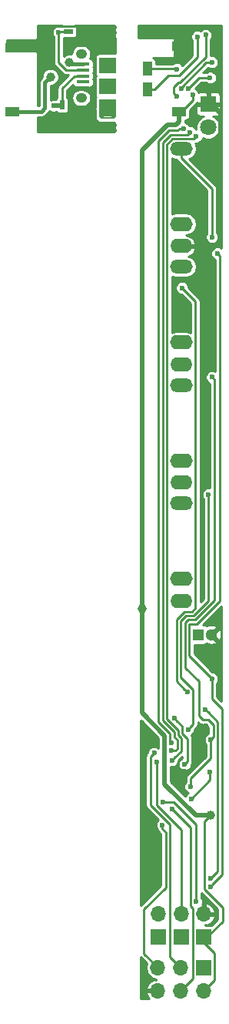
<source format=gbr>
G04 #@! TF.FileFunction,Copper,L2,Bot,Signal*
%FSLAX46Y46*%
G04 Gerber Fmt 4.6, Leading zero omitted, Abs format (unit mm)*
G04 Created by KiCad (PCBNEW 4.0.6) date 2018 April 18, Wednesday 08:04:54*
%MOMM*%
%LPD*%
G01*
G04 APERTURE LIST*
%ADD10C,0.100000*%
%ADD11R,1.300000X1.300000*%
%ADD12C,1.300000*%
%ADD13R,1.800000X1.800000*%
%ADD14C,1.800000*%
%ADD15O,1.900000X1.524000*%
%ADD16R,1.900000X1.800000*%
%ADD17C,0.500000*%
%ADD18R,1.900000X1.850000*%
%ADD19R,1.400000X0.250000*%
%ADD20R,1.400000X0.400000*%
%ADD21O,1.250000X1.050000*%
%ADD22R,1.000000X0.550000*%
%ADD23R,0.550000X1.000000*%
%ADD24O,2.500000X1.500000*%
%ADD25O,2.500000X1.600000*%
%ADD26O,2.400000X1.600000*%
%ADD27R,1.700000X1.700000*%
%ADD28O,1.700000X1.700000*%
%ADD29R,1.500000X1.000000*%
%ADD30R,1.000000X1.500000*%
%ADD31C,0.600000*%
%ADD32C,1.000000*%
%ADD33C,0.250000*%
%ADD34C,0.500000*%
%ADD35C,0.400000*%
%ADD36C,0.254000*%
G04 APERTURE END LIST*
D10*
D11*
X6850000Y-67500000D03*
D12*
X8350000Y-67500000D03*
D13*
X8000000Y-9200000D03*
D14*
X8000000Y-11740000D03*
D15*
X-3100000Y-2500000D03*
D16*
X-3100000Y-4950000D03*
X-3100000Y-7250000D03*
D15*
X-3100000Y-9700000D03*
D17*
X-3800000Y-1650000D03*
X-2400000Y-1650000D03*
X-3800000Y-10550000D03*
X-2400000Y-10550000D03*
D18*
X-3100000Y-2575000D03*
X-3100000Y-9625000D03*
D19*
X-3100000Y-1525000D03*
X-3100000Y-10675000D03*
D20*
X-5800000Y-4800000D03*
X-5800000Y-5450000D03*
X-5800000Y-6100000D03*
X-5800000Y-6750000D03*
X-5800000Y-7400000D03*
D21*
X-6000000Y-3675000D03*
X-6000000Y-8525000D03*
D22*
X-7400000Y-1200000D03*
X-5000000Y-1200000D03*
D23*
X-8100000Y-9300000D03*
X-8100000Y-11700000D03*
D24*
X5000000Y-14080000D03*
D25*
X5000000Y-22380000D03*
D26*
X5000000Y-24800000D03*
D24*
X5000000Y-27080000D03*
D25*
X5000000Y-35380000D03*
D26*
X5000000Y-37800000D03*
D24*
X5000000Y-40080000D03*
D25*
X5000000Y-48380000D03*
D26*
X5000000Y-50800000D03*
D24*
X5000000Y-53080000D03*
D25*
X5000000Y-61380000D03*
D26*
X5000000Y-63800000D03*
D27*
X7480000Y-104060000D03*
D28*
X7480000Y-106600000D03*
X4940000Y-104060000D03*
X4940000Y-106600000D03*
X2400000Y-104060000D03*
X2400000Y-106600000D03*
D27*
X7500000Y-100750000D03*
D28*
X7500000Y-98210000D03*
D27*
X5000000Y-100750000D03*
D28*
X5000000Y-98210000D03*
D27*
X2500000Y-100750000D03*
D28*
X2500000Y-98210000D03*
D29*
X-13600000Y-10000000D03*
X-13600000Y-3000000D03*
X4800000Y-10000000D03*
X4800000Y-2800000D03*
D30*
X1300000Y-5300000D03*
X1300000Y-7600000D03*
D31*
X6275032Y-8204654D03*
D32*
X8224990Y-87352005D03*
X700000Y-64650000D03*
X-9400000Y-6200000D03*
X-7300000Y-4600000D03*
D31*
X1300000Y-87700000D03*
X700000Y-87700004D03*
X1300000Y-88300000D03*
X700000Y-88300000D03*
X4100000Y-83700000D03*
X4500000Y-83300000D03*
X4900000Y-82900000D03*
X7100000Y-77500000D03*
X7700000Y-77500000D03*
X7700000Y-78100000D03*
X7100004Y-78100000D03*
X7300000Y-60900000D03*
X7300000Y-59100000D03*
X7300000Y-59700000D03*
X7300000Y-60300000D03*
X7300000Y-61500000D03*
X7300000Y-62100000D03*
X7300000Y-62700000D03*
X7300000Y-63300000D03*
X700000Y-77200000D03*
X1300000Y-95850000D03*
X1300000Y-95250000D03*
X1300000Y-94650000D03*
X5354541Y-82543864D03*
X2930631Y-88400928D03*
X8174990Y-82571366D03*
X6132473Y-85525010D03*
X4050000Y-86699998D03*
X8275021Y-79029595D03*
X6051669Y-84207292D03*
X8400000Y-39200000D03*
X4254876Y-76684969D03*
X6650000Y-96810000D03*
X3023972Y-85867126D03*
X5404660Y-81745424D03*
X2024078Y-80505524D03*
X5750054Y-77901688D03*
X2300000Y-81500000D03*
X8000000Y-52100000D03*
X7691949Y-75708051D03*
X5700000Y-73800000D03*
X8250000Y-94300000D03*
X5100000Y-29400000D03*
X8241949Y-95191949D03*
X8400000Y-72350000D03*
X9000000Y-25600000D03*
X3950010Y-80248281D03*
X8400000Y-4600000D03*
X6000000Y-12300000D03*
X5000732Y-7465521D03*
X4000000Y-81300002D03*
X8200000Y-6300000D03*
X6665652Y-12743763D03*
X5800000Y-7500000D03*
X-8500000Y-1300000D03*
X-9000000Y-9400000D03*
X8400000Y-23800000D03*
X6800000Y-1800000D03*
X4550000Y-5350000D03*
X3950010Y-79383975D03*
X5250000Y-11900000D03*
X4499977Y-8300000D03*
X7700000Y-1600000D03*
D33*
X8224990Y-87352005D02*
X7574999Y-88001996D01*
X7574999Y-88001996D02*
X7574999Y-95450001D01*
X7574999Y-95450001D02*
X9590679Y-97465681D01*
X9590679Y-97465681D02*
X9590679Y-99009321D01*
X9590679Y-99009321D02*
X7850000Y-100750000D01*
X7850000Y-100750000D02*
X7500000Y-100750000D01*
X7480000Y-106600000D02*
X7500000Y-106600000D01*
X8655300Y-105444700D02*
X8655300Y-102455300D01*
X7500000Y-106600000D02*
X8655300Y-105444700D01*
X8655300Y-102455300D02*
X7500000Y-101300000D01*
X7500000Y-101300000D02*
X7500000Y-100750000D01*
D34*
X6642003Y-87352005D02*
X7517884Y-87352005D01*
X3200000Y-83910002D02*
X6642003Y-87352005D01*
X3200000Y-78600000D02*
X3200000Y-83910002D01*
X700000Y-76100000D02*
X3200000Y-78600000D01*
X7517884Y-87352005D02*
X8224990Y-87352005D01*
X700000Y-64650000D02*
X700000Y-76100000D01*
D33*
X5050000Y-10000000D02*
X6275032Y-8774968D01*
X4800000Y-10000000D02*
X5050000Y-10000000D01*
X6275032Y-8774968D02*
X6275032Y-8204654D01*
D34*
X4800000Y-10000000D02*
X4800000Y-11100000D01*
X4800000Y-11100000D02*
X4400000Y-11500000D01*
X4400000Y-11500000D02*
X3473697Y-11500000D01*
X3473697Y-11500000D02*
X3423697Y-11550000D01*
X3423697Y-11550000D02*
X3400000Y-11550000D01*
X3400000Y-11550000D02*
X700000Y-14250000D01*
X700000Y-14250000D02*
X700000Y-64650000D01*
D35*
X-10000000Y-9600000D02*
X-10400000Y-10000000D01*
X-10400000Y-10000000D02*
X-13600000Y-10000000D01*
X-10000000Y-6800000D02*
X-10000000Y-9600000D01*
X-9400000Y-6200000D02*
X-10000000Y-6800000D01*
X-5800000Y-4800000D02*
X-7100000Y-4800000D01*
X-7100000Y-4800000D02*
X-7300000Y-4600000D01*
D33*
X700000Y-88300000D02*
X1300000Y-88300000D01*
X4900000Y-82900000D02*
X4500000Y-83300000D01*
X7700000Y-77500000D02*
X7100000Y-77500000D01*
X7100004Y-78100000D02*
X7700000Y-78100000D01*
X7100004Y-78524264D02*
X7100004Y-78100000D01*
X5778805Y-82543864D02*
X7100004Y-81222665D01*
X7100004Y-81222665D02*
X7100004Y-78524264D01*
X5354541Y-82543864D02*
X5778805Y-82543864D01*
X7300000Y-60300000D02*
X7300000Y-60900000D01*
X7300000Y-59700000D02*
X7300000Y-59100000D01*
X7300000Y-62100000D02*
X7300000Y-61500000D01*
X7300000Y-63300000D02*
X7300000Y-62700000D01*
X1300000Y-95250000D02*
X1300000Y-95850000D01*
X-5000000Y-1200000D02*
X-5750000Y-1200000D01*
X-5750000Y-1200000D02*
X-6350001Y-599999D01*
X-6350001Y-599999D02*
X-9449999Y-599999D01*
D34*
X9350001Y-12999999D02*
X8550000Y-13800000D01*
X8350000Y-9200000D02*
X9350001Y-10200001D01*
X9350001Y-10200001D02*
X9350001Y-12999999D01*
X8000000Y-9200000D02*
X8350000Y-9200000D01*
D33*
X2930631Y-88400928D02*
X2930631Y-88825192D01*
X2930631Y-88825192D02*
X3310000Y-89204561D01*
X3310000Y-89204561D02*
X3310000Y-95270000D01*
X3310000Y-95270000D02*
X920000Y-97660000D01*
X920000Y-97660000D02*
X920000Y-102560000D01*
X920000Y-102560000D02*
X2400000Y-104040000D01*
X2400000Y-104040000D02*
X2400000Y-104060000D01*
X8174990Y-83482493D02*
X8174990Y-82995630D01*
X8174990Y-82995630D02*
X8174990Y-82571366D01*
X6132473Y-85525010D02*
X8174990Y-83482493D01*
X8575020Y-78729596D02*
X8275021Y-79029595D01*
X6942619Y-76417615D02*
X7400003Y-76874999D01*
X5424988Y-71124988D02*
X6942619Y-72642619D01*
X8575020Y-77450018D02*
X8575020Y-78729596D01*
X5424988Y-66188601D02*
X5424988Y-71124988D01*
X5763589Y-65850000D02*
X5424988Y-66188601D01*
X6572822Y-65850000D02*
X5763589Y-65850000D01*
X8000001Y-76874999D02*
X8575020Y-77450018D01*
X6942619Y-72642619D02*
X6942619Y-76417615D01*
X8699999Y-63722823D02*
X6572822Y-65850000D01*
X7400003Y-76874999D02*
X8000001Y-76874999D01*
X8699999Y-39499999D02*
X8699999Y-63722823D01*
X8400000Y-39200000D02*
X8699999Y-39499999D01*
X4940000Y-106600000D02*
X6260000Y-105280000D01*
X6260000Y-105280000D02*
X6260000Y-97575002D01*
X6260000Y-97575002D02*
X6024999Y-97340001D01*
X6024999Y-97340001D02*
X6024999Y-88674997D01*
X6024999Y-88674997D02*
X4349999Y-86999997D01*
X4349999Y-86999997D02*
X4050000Y-86699998D01*
X8275021Y-81088569D02*
X8275021Y-79453859D01*
X8275021Y-79453859D02*
X8275021Y-79029595D01*
X6051669Y-83311921D02*
X8275021Y-81088569D01*
X6051669Y-84207292D02*
X6051669Y-83311921D01*
X4554875Y-76984968D02*
X4254876Y-76684969D01*
X5125044Y-77555137D02*
X4554875Y-76984968D01*
X5404660Y-81745424D02*
X5704659Y-81445425D01*
X5704659Y-81445425D02*
X5704659Y-78940800D01*
X5704659Y-78940800D02*
X5125044Y-78361185D01*
X5125044Y-78361185D02*
X5125044Y-77555137D01*
X6650000Y-96385736D02*
X6650000Y-96810000D01*
X6650000Y-88374996D02*
X6650000Y-96385736D01*
X4142130Y-85867126D02*
X6650000Y-88374996D01*
X3023972Y-85867126D02*
X4142130Y-85867126D01*
X4940000Y-104060000D02*
X3790000Y-102910000D01*
X3790000Y-102910000D02*
X3790000Y-88376411D01*
X3790000Y-88376411D02*
X1624999Y-86211410D01*
X1624999Y-86211410D02*
X1624999Y-80904603D01*
X1624999Y-80904603D02*
X1724079Y-80805523D01*
X1724079Y-80805523D02*
X2024078Y-80505524D01*
X6386422Y-65399989D02*
X5577189Y-65399989D01*
X5577189Y-65399989D02*
X4974977Y-66002201D01*
X8000000Y-52100000D02*
X8000000Y-63786411D01*
X6325001Y-77326741D02*
X6050053Y-77601689D01*
X6050053Y-77601689D02*
X5750054Y-77901688D01*
X4974977Y-66002201D02*
X4974977Y-72149975D01*
X8000000Y-63786411D02*
X6386422Y-65399989D01*
X6325001Y-73499999D02*
X6325001Y-77326741D01*
X4974977Y-72149975D02*
X6325001Y-73499999D01*
X5000000Y-88950000D02*
X5000000Y-98200000D01*
X2300000Y-86250000D02*
X5000000Y-88950000D01*
X2300000Y-81500000D02*
X2300000Y-86250000D01*
X7991948Y-76008050D02*
X7691949Y-75708051D01*
X9050000Y-77066102D02*
X7991948Y-76008050D01*
X9050000Y-93500000D02*
X9050000Y-77066102D01*
X8250000Y-94300000D02*
X9050000Y-93500000D01*
X4524966Y-72624966D02*
X5400001Y-73500001D01*
X4524966Y-65815801D02*
X4524966Y-72624966D01*
X5390789Y-64949978D02*
X4524966Y-65815801D01*
X6575010Y-64574990D02*
X6200022Y-64949978D01*
X5100000Y-29400000D02*
X6575010Y-30875010D01*
X5400001Y-73500001D02*
X5700000Y-73800000D01*
X6200022Y-64949978D02*
X5390789Y-64949978D01*
X6575010Y-30875010D02*
X6575010Y-64574990D01*
X8541948Y-94891950D02*
X8241949Y-95191949D01*
X9549999Y-93883899D02*
X8541948Y-94891950D01*
X8400000Y-74524998D02*
X9549999Y-75674997D01*
X9549999Y-75674997D02*
X9549999Y-93883899D01*
X8400000Y-72350000D02*
X8400000Y-74524998D01*
X9299999Y-63759234D02*
X6759222Y-66300011D01*
X9299999Y-25899999D02*
X9299999Y-63759234D01*
X5874999Y-66375001D02*
X5874999Y-69824999D01*
X5949989Y-66300011D02*
X5874999Y-66375001D01*
X6759222Y-66300011D02*
X5949989Y-66300011D01*
X8100001Y-72050001D02*
X8400000Y-72350000D01*
X5874999Y-69824999D02*
X8100001Y-72050001D01*
X9000000Y-25600000D02*
X9299999Y-25899999D01*
X5745021Y-12554979D02*
X3868317Y-12554979D01*
X2974979Y-13448317D02*
X2974979Y-76925381D01*
X4225022Y-78733985D02*
X4575011Y-79083974D01*
X4374274Y-80248281D02*
X3950010Y-80248281D01*
X4575011Y-80047544D02*
X4374274Y-80248281D01*
X4225022Y-78175423D02*
X4225022Y-78733985D01*
X2974979Y-76925381D02*
X4225022Y-78175423D01*
X3868317Y-12554979D02*
X2974979Y-13448317D01*
X4575011Y-79083974D02*
X4575011Y-80047544D01*
X6000000Y-12300000D02*
X5745021Y-12554979D01*
X7975736Y-4600000D02*
X8400000Y-4600000D01*
X7774996Y-4600000D02*
X7975736Y-4600000D01*
X5000732Y-7374264D02*
X7774996Y-4600000D01*
X5000732Y-7465521D02*
X5000732Y-7374264D01*
X5025022Y-80274980D02*
X4299999Y-81000003D01*
X5025022Y-78897574D02*
X5025022Y-80274980D01*
X4675033Y-77989023D02*
X4675033Y-78547585D01*
X3424990Y-76738981D02*
X4675033Y-77989023D01*
X6404425Y-13004990D02*
X4054717Y-13004990D01*
X4675033Y-78547585D02*
X5025022Y-78897574D01*
X3424990Y-13634717D02*
X3424990Y-76738981D01*
X6665652Y-12743763D02*
X6404425Y-13004990D01*
X4299999Y-81000003D02*
X4000000Y-81300002D01*
X4054717Y-13004990D02*
X3424990Y-13634717D01*
X7775736Y-6300000D02*
X8200000Y-6300000D01*
X7000000Y-6300000D02*
X7775736Y-6300000D01*
X5800000Y-7500000D02*
X7000000Y-6300000D01*
X-7400000Y-1200000D02*
X-8400000Y-1200000D01*
X-8400000Y-1200000D02*
X-8500000Y-1300000D01*
X-8500000Y-1724264D02*
X-8500000Y-1300000D01*
X-8500000Y-4621004D02*
X-8500000Y-1724264D01*
X-5800000Y-5450000D02*
X-7671004Y-5450000D01*
X-7671004Y-5450000D02*
X-8500000Y-4621004D01*
D34*
X-9000000Y-9400000D02*
X-8200000Y-9400000D01*
X-8200000Y-9400000D02*
X-8100000Y-9300000D01*
D33*
X-5800000Y-6100000D02*
X-6750000Y-6100000D01*
X-6750000Y-6100000D02*
X-8100000Y-7450000D01*
X-8100000Y-8550000D02*
X-8100000Y-9300000D01*
X-8100000Y-7450000D02*
X-8100000Y-8550000D01*
X8400000Y-23375736D02*
X8400000Y-23800000D01*
X8400000Y-18480000D02*
X8400000Y-23375736D01*
X5000000Y-15080000D02*
X8400000Y-18480000D01*
X5000000Y-14080000D02*
X5000000Y-15080000D01*
X1300000Y-7600000D02*
X2050000Y-7600000D01*
X3573668Y-6076332D02*
X4778354Y-6076332D01*
X2050000Y-7600000D02*
X3573668Y-6076332D01*
X4778354Y-6076332D02*
X6800000Y-4054686D01*
X6800000Y-4054686D02*
X6800000Y-1800000D01*
X4500000Y-5300000D02*
X4550000Y-5350000D01*
X1300000Y-5300000D02*
X4500000Y-5300000D01*
X3775011Y-79208976D02*
X3950010Y-79383975D01*
X2524968Y-13261917D02*
X2524968Y-77111780D01*
X2524968Y-77111780D02*
X3775011Y-78361823D01*
X4620768Y-12104968D02*
X3681917Y-12104968D01*
X3775011Y-78361823D02*
X3775011Y-79208976D01*
X3681917Y-12104968D02*
X2524968Y-13261917D01*
X5250000Y-11900000D02*
X4825736Y-11900000D01*
X4825736Y-11900000D02*
X4620768Y-12104968D01*
X4199978Y-7341271D02*
X4199978Y-8000001D01*
X4700730Y-6840519D02*
X4199978Y-7341271D01*
X7700000Y-4038585D02*
X4898066Y-6840519D01*
X4898066Y-6840519D02*
X4700730Y-6840519D01*
X4199978Y-8000001D02*
X4499977Y-8300000D01*
X7700000Y-1600000D02*
X7700000Y-4038585D01*
D36*
G36*
X529677Y-102950323D02*
X1204518Y-103625164D01*
X1123000Y-104034982D01*
X1123000Y-104085018D01*
X1220206Y-104573705D01*
X1497025Y-104987993D01*
X1911313Y-105264812D01*
X2272998Y-105336756D01*
X2272998Y-105436661D01*
X2075787Y-105364842D01*
X1755858Y-105497349D01*
X1382924Y-105827786D01*
X1164831Y-106275785D01*
X1236070Y-106473000D01*
X2273000Y-106473000D01*
X2273000Y-106453000D01*
X2527000Y-106453000D01*
X2527000Y-106473000D01*
X2547000Y-106473000D01*
X2547000Y-106727000D01*
X2527000Y-106727000D01*
X2527000Y-106747000D01*
X2273000Y-106747000D01*
X2273000Y-106727000D01*
X1236070Y-106727000D01*
X1164831Y-106924215D01*
X1382924Y-107372214D01*
X1496672Y-107473000D01*
X527000Y-107473000D01*
X527000Y-102946317D01*
X529677Y-102950323D01*
X529677Y-102950323D01*
G37*
X529677Y-102950323D02*
X1204518Y-103625164D01*
X1123000Y-104034982D01*
X1123000Y-104085018D01*
X1220206Y-104573705D01*
X1497025Y-104987993D01*
X1911313Y-105264812D01*
X2272998Y-105336756D01*
X2272998Y-105436661D01*
X2075787Y-105364842D01*
X1755858Y-105497349D01*
X1382924Y-105827786D01*
X1164831Y-106275785D01*
X1236070Y-106473000D01*
X2273000Y-106473000D01*
X2273000Y-106453000D01*
X2527000Y-106453000D01*
X2527000Y-106473000D01*
X2547000Y-106473000D01*
X2547000Y-106727000D01*
X2527000Y-106727000D01*
X2527000Y-106747000D01*
X2273000Y-106747000D01*
X2273000Y-106727000D01*
X1236070Y-106727000D01*
X1164831Y-106924215D01*
X1382924Y-107372214D01*
X1496672Y-107473000D01*
X527000Y-107473000D01*
X527000Y-102946317D01*
X529677Y-102950323D01*
G36*
X9038679Y-97694327D02*
X9038679Y-98780675D01*
X8353924Y-99465430D01*
X8350000Y-99464635D01*
X7627002Y-99464635D01*
X7627002Y-99373339D01*
X7824213Y-99445158D01*
X8144142Y-99312651D01*
X8517076Y-98982214D01*
X8735169Y-98534215D01*
X8663930Y-98337000D01*
X7627000Y-98337000D01*
X7627000Y-98357000D01*
X7373000Y-98357000D01*
X7373000Y-98337000D01*
X7353000Y-98337000D01*
X7353000Y-98083000D01*
X7373000Y-98083000D01*
X7373000Y-97046662D01*
X7627000Y-97046662D01*
X7627000Y-98083000D01*
X8663930Y-98083000D01*
X8735169Y-97885785D01*
X8517076Y-97437786D01*
X8144142Y-97107349D01*
X7824213Y-96974842D01*
X7627000Y-97046662D01*
X7373000Y-97046662D01*
X7343391Y-97035879D01*
X7376874Y-96955244D01*
X7377126Y-96666025D01*
X7266680Y-96398725D01*
X7202000Y-96333932D01*
X7202000Y-95857648D01*
X9038679Y-97694327D01*
X9038679Y-97694327D01*
G37*
X9038679Y-97694327D02*
X9038679Y-98780675D01*
X8353924Y-99465430D01*
X8350000Y-99464635D01*
X7627002Y-99464635D01*
X7627002Y-99373339D01*
X7824213Y-99445158D01*
X8144142Y-99312651D01*
X8517076Y-98982214D01*
X8735169Y-98534215D01*
X8663930Y-98337000D01*
X7627000Y-98337000D01*
X7627000Y-98357000D01*
X7373000Y-98357000D01*
X7373000Y-98337000D01*
X7353000Y-98337000D01*
X7353000Y-98083000D01*
X7373000Y-98083000D01*
X7373000Y-97046662D01*
X7627000Y-97046662D01*
X7627000Y-98083000D01*
X8663930Y-98083000D01*
X8735169Y-97885785D01*
X8517076Y-97437786D01*
X8144142Y-97107349D01*
X7824213Y-96974842D01*
X7627000Y-97046662D01*
X7373000Y-97046662D01*
X7343391Y-97035879D01*
X7376874Y-96955244D01*
X7377126Y-96666025D01*
X7266680Y-96398725D01*
X7202000Y-96333932D01*
X7202000Y-95857648D01*
X9038679Y-97694327D01*
G36*
X2523000Y-78880422D02*
X2523000Y-79976286D01*
X2436428Y-79889563D01*
X2169322Y-79778650D01*
X1880103Y-79778398D01*
X1612803Y-79888844D01*
X1408117Y-80093174D01*
X1297204Y-80360280D01*
X1297124Y-80451832D01*
X1234676Y-80514280D01*
X1115017Y-80693361D01*
X1099201Y-80772874D01*
X1072999Y-80904603D01*
X1072999Y-86211410D01*
X1115017Y-86422652D01*
X1234676Y-86601733D01*
X2468229Y-87835286D01*
X2314670Y-87988578D01*
X2203757Y-88255684D01*
X2203505Y-88544903D01*
X2313951Y-88812203D01*
X2391499Y-88889886D01*
X2420649Y-89036434D01*
X2540308Y-89215515D01*
X2758000Y-89433207D01*
X2758000Y-95041354D01*
X529677Y-97269677D01*
X527000Y-97273683D01*
X527000Y-76884422D01*
X2523000Y-78880422D01*
X2523000Y-78880422D01*
G37*
X2523000Y-78880422D02*
X2523000Y-79976286D01*
X2436428Y-79889563D01*
X2169322Y-79778650D01*
X1880103Y-79778398D01*
X1612803Y-79888844D01*
X1408117Y-80093174D01*
X1297204Y-80360280D01*
X1297124Y-80451832D01*
X1234676Y-80514280D01*
X1115017Y-80693361D01*
X1099201Y-80772874D01*
X1072999Y-80904603D01*
X1072999Y-86211410D01*
X1115017Y-86422652D01*
X1234676Y-86601733D01*
X2468229Y-87835286D01*
X2314670Y-87988578D01*
X2203757Y-88255684D01*
X2203505Y-88544903D01*
X2313951Y-88812203D01*
X2391499Y-88889886D01*
X2420649Y-89036434D01*
X2540308Y-89215515D01*
X2758000Y-89433207D01*
X2758000Y-95041354D01*
X529677Y-97269677D01*
X527000Y-97273683D01*
X527000Y-76884422D01*
X2523000Y-78880422D01*
G36*
X7009680Y-77265322D02*
X7188761Y-77384981D01*
X7400003Y-77426999D01*
X7771355Y-77426999D01*
X8023020Y-77678664D01*
X8023020Y-78347104D01*
X7863746Y-78412915D01*
X7659060Y-78617245D01*
X7548147Y-78884351D01*
X7547895Y-79173570D01*
X7658341Y-79440870D01*
X7723021Y-79505663D01*
X7723021Y-80859923D01*
X5661346Y-82921598D01*
X5541687Y-83100679D01*
X5515367Y-83233002D01*
X5499669Y-83311921D01*
X5499669Y-83731092D01*
X5435708Y-83794942D01*
X5324795Y-84062048D01*
X5324543Y-84351267D01*
X5434989Y-84618567D01*
X5639319Y-84823253D01*
X5782854Y-84882854D01*
X5721198Y-84908330D01*
X5516512Y-85112660D01*
X5470614Y-85223194D01*
X3877000Y-83629580D01*
X3877000Y-82026895D01*
X4143975Y-82027128D01*
X4411275Y-81916682D01*
X4615961Y-81712352D01*
X4726874Y-81445246D01*
X4726954Y-81353694D01*
X5152659Y-80927989D01*
X5152659Y-81062933D01*
X4993385Y-81128744D01*
X4788699Y-81333074D01*
X4677786Y-81600180D01*
X4677534Y-81889399D01*
X4787980Y-82156699D01*
X4992310Y-82361385D01*
X5259416Y-82472298D01*
X5548635Y-82472550D01*
X5815935Y-82362104D01*
X6020621Y-82157774D01*
X6131534Y-81890668D01*
X6131630Y-81780901D01*
X6214641Y-81656667D01*
X6256659Y-81445425D01*
X6256659Y-78940800D01*
X6214641Y-78729559D01*
X6094982Y-78550477D01*
X6091660Y-78547155D01*
X6161329Y-78518368D01*
X6366015Y-78314038D01*
X6476928Y-78046932D01*
X6477008Y-77955380D01*
X6715324Y-77717064D01*
X6834983Y-77537983D01*
X6877001Y-77326741D01*
X6877001Y-77132643D01*
X7009680Y-77265322D01*
X7009680Y-77265322D01*
G37*
X7009680Y-77265322D02*
X7188761Y-77384981D01*
X7400003Y-77426999D01*
X7771355Y-77426999D01*
X8023020Y-77678664D01*
X8023020Y-78347104D01*
X7863746Y-78412915D01*
X7659060Y-78617245D01*
X7548147Y-78884351D01*
X7547895Y-79173570D01*
X7658341Y-79440870D01*
X7723021Y-79505663D01*
X7723021Y-80859923D01*
X5661346Y-82921598D01*
X5541687Y-83100679D01*
X5515367Y-83233002D01*
X5499669Y-83311921D01*
X5499669Y-83731092D01*
X5435708Y-83794942D01*
X5324795Y-84062048D01*
X5324543Y-84351267D01*
X5434989Y-84618567D01*
X5639319Y-84823253D01*
X5782854Y-84882854D01*
X5721198Y-84908330D01*
X5516512Y-85112660D01*
X5470614Y-85223194D01*
X3877000Y-83629580D01*
X3877000Y-82026895D01*
X4143975Y-82027128D01*
X4411275Y-81916682D01*
X4615961Y-81712352D01*
X4726874Y-81445246D01*
X4726954Y-81353694D01*
X5152659Y-80927989D01*
X5152659Y-81062933D01*
X4993385Y-81128744D01*
X4788699Y-81333074D01*
X4677786Y-81600180D01*
X4677534Y-81889399D01*
X4787980Y-82156699D01*
X4992310Y-82361385D01*
X5259416Y-82472298D01*
X5548635Y-82472550D01*
X5815935Y-82362104D01*
X6020621Y-82157774D01*
X6131534Y-81890668D01*
X6131630Y-81780901D01*
X6214641Y-81656667D01*
X6256659Y-81445425D01*
X6256659Y-78940800D01*
X6214641Y-78729559D01*
X6094982Y-78550477D01*
X6091660Y-78547155D01*
X6161329Y-78518368D01*
X6366015Y-78314038D01*
X6476928Y-78046932D01*
X6477008Y-77955380D01*
X6715324Y-77717064D01*
X6834983Y-77537983D01*
X6877001Y-77326741D01*
X6877001Y-77132643D01*
X7009680Y-77265322D01*
G36*
X9473000Y-74817352D02*
X8952000Y-74296352D01*
X8952000Y-72826200D01*
X9015961Y-72762350D01*
X9126874Y-72495244D01*
X9127126Y-72206025D01*
X9016680Y-71938725D01*
X8812350Y-71734039D01*
X8545244Y-71623126D01*
X8453692Y-71623046D01*
X6426999Y-69596353D01*
X6426999Y-68585365D01*
X7500000Y-68585365D01*
X7658237Y-68555591D01*
X7803567Y-68462073D01*
X7809943Y-68452741D01*
X7811629Y-68457068D01*
X8218864Y-68590241D01*
X8646063Y-68557435D01*
X8888371Y-68457068D01*
X8955411Y-68285017D01*
X8350000Y-67679605D01*
X8335858Y-67693748D01*
X8156253Y-67514143D01*
X8170395Y-67500000D01*
X8529605Y-67500000D01*
X9135017Y-68105411D01*
X9307068Y-68038371D01*
X9440241Y-67631136D01*
X9407435Y-67203937D01*
X9307068Y-66961629D01*
X9135017Y-66894589D01*
X8529605Y-67500000D01*
X8170395Y-67500000D01*
X8156253Y-67485858D01*
X8335858Y-67306252D01*
X8350000Y-67320395D01*
X8955411Y-66714983D01*
X8888371Y-66542932D01*
X8481136Y-66409759D01*
X8053937Y-66442565D01*
X7811629Y-66542932D01*
X7810645Y-66545457D01*
X7669381Y-66448936D01*
X7500000Y-66414635D01*
X7425244Y-66414635D01*
X9473000Y-64366879D01*
X9473000Y-74817352D01*
X9473000Y-74817352D01*
G37*
X9473000Y-74817352D02*
X8952000Y-74296352D01*
X8952000Y-72826200D01*
X9015961Y-72762350D01*
X9126874Y-72495244D01*
X9127126Y-72206025D01*
X9016680Y-71938725D01*
X8812350Y-71734039D01*
X8545244Y-71623126D01*
X8453692Y-71623046D01*
X6426999Y-69596353D01*
X6426999Y-68585365D01*
X7500000Y-68585365D01*
X7658237Y-68555591D01*
X7803567Y-68462073D01*
X7809943Y-68452741D01*
X7811629Y-68457068D01*
X8218864Y-68590241D01*
X8646063Y-68557435D01*
X8888371Y-68457068D01*
X8955411Y-68285017D01*
X8350000Y-67679605D01*
X8335858Y-67693748D01*
X8156253Y-67514143D01*
X8170395Y-67500000D01*
X8529605Y-67500000D01*
X9135017Y-68105411D01*
X9307068Y-68038371D01*
X9440241Y-67631136D01*
X9407435Y-67203937D01*
X9307068Y-66961629D01*
X9135017Y-66894589D01*
X8529605Y-67500000D01*
X8170395Y-67500000D01*
X8156253Y-67485858D01*
X8335858Y-67306252D01*
X8350000Y-67320395D01*
X8955411Y-66714983D01*
X8888371Y-66542932D01*
X8481136Y-66409759D01*
X8053937Y-66442565D01*
X7811629Y-66542932D01*
X7810645Y-66545457D01*
X7669381Y-66448936D01*
X7500000Y-66414635D01*
X7425244Y-66414635D01*
X9473000Y-64366879D01*
X9473000Y-74817352D01*
G36*
X5127000Y-63673000D02*
X5147000Y-63673000D01*
X5147000Y-63927000D01*
X5127000Y-63927000D01*
X5127000Y-63947000D01*
X4873000Y-63947000D01*
X4873000Y-63927000D01*
X4853000Y-63927000D01*
X4853000Y-63673000D01*
X4873000Y-63673000D01*
X4873000Y-63653000D01*
X5127000Y-63653000D01*
X5127000Y-63673000D01*
X5127000Y-63673000D01*
G37*
X5127000Y-63673000D02*
X5147000Y-63673000D01*
X5147000Y-63927000D01*
X5127000Y-63927000D01*
X5127000Y-63947000D01*
X4873000Y-63947000D01*
X4873000Y-63927000D01*
X4853000Y-63927000D01*
X4853000Y-63673000D01*
X4873000Y-63673000D01*
X4873000Y-63653000D01*
X5127000Y-63653000D01*
X5127000Y-63673000D01*
G36*
X9473000Y-25044795D02*
X9412350Y-24984039D01*
X9145244Y-24873126D01*
X8856025Y-24872874D01*
X8588725Y-24983320D01*
X8384039Y-25187650D01*
X8273126Y-25454756D01*
X8272874Y-25743975D01*
X8383320Y-26011275D01*
X8587650Y-26215961D01*
X8747999Y-26282544D01*
X8747999Y-38557318D01*
X8545244Y-38473126D01*
X8256025Y-38472874D01*
X7988725Y-38583320D01*
X7784039Y-38787650D01*
X7673126Y-39054756D01*
X7672874Y-39343975D01*
X7783320Y-39611275D01*
X7987650Y-39815961D01*
X8147999Y-39882544D01*
X8147999Y-51374270D01*
X8145244Y-51373126D01*
X7856025Y-51372874D01*
X7588725Y-51483320D01*
X7384039Y-51687650D01*
X7273126Y-51954756D01*
X7272874Y-52243975D01*
X7383320Y-52511275D01*
X7448000Y-52576068D01*
X7448000Y-63557765D01*
X7127010Y-63878755D01*
X7127010Y-30875010D01*
X7084992Y-30663769D01*
X7084992Y-30663768D01*
X6965333Y-30484687D01*
X5827047Y-29346401D01*
X5827126Y-29256025D01*
X5716680Y-28988725D01*
X5512350Y-28784039D01*
X5245244Y-28673126D01*
X4956025Y-28672874D01*
X4688725Y-28783320D01*
X4484039Y-28987650D01*
X4373126Y-29254756D01*
X4372874Y-29543975D01*
X4483320Y-29811275D01*
X4687650Y-30015961D01*
X4954756Y-30126874D01*
X5046308Y-30126954D01*
X6023010Y-31103656D01*
X6023010Y-34293575D01*
X5952407Y-34246400D01*
X5482854Y-34153000D01*
X4517146Y-34153000D01*
X4047593Y-34246400D01*
X3976990Y-34293575D01*
X3976990Y-28140854D01*
X4016728Y-28167406D01*
X4467146Y-28257000D01*
X5532854Y-28257000D01*
X5983272Y-28167406D01*
X6365119Y-27912265D01*
X6620260Y-27530418D01*
X6709854Y-27080000D01*
X6620260Y-26629582D01*
X6365119Y-26247735D01*
X5983272Y-25992594D01*
X5773538Y-25950875D01*
X5986885Y-25884999D01*
X6357422Y-25577817D01*
X6582200Y-25152220D01*
X6585518Y-25116351D01*
X6513028Y-24927000D01*
X5127000Y-24927000D01*
X5127000Y-24947000D01*
X4873000Y-24947000D01*
X4873000Y-24927000D01*
X4853000Y-24927000D01*
X4853000Y-24673000D01*
X4873000Y-24673000D01*
X4873000Y-24653000D01*
X5127000Y-24653000D01*
X5127000Y-24673000D01*
X6513028Y-24673000D01*
X6585518Y-24483649D01*
X6582200Y-24447780D01*
X6357422Y-24022183D01*
X5986885Y-23715001D01*
X5576674Y-23588338D01*
X5952407Y-23513600D01*
X6350474Y-23247620D01*
X6616454Y-22849553D01*
X6709854Y-22380000D01*
X6616454Y-21910447D01*
X6350474Y-21512380D01*
X5952407Y-21246400D01*
X5482854Y-21153000D01*
X4517146Y-21153000D01*
X4047593Y-21246400D01*
X3976990Y-21293575D01*
X3976990Y-15140854D01*
X4016728Y-15167406D01*
X4467146Y-15257000D01*
X4483207Y-15257000D01*
X4490018Y-15291242D01*
X4609677Y-15470323D01*
X7848000Y-18708646D01*
X7848000Y-23323800D01*
X7784039Y-23387650D01*
X7673126Y-23654756D01*
X7672874Y-23943975D01*
X7783320Y-24211275D01*
X7987650Y-24415961D01*
X8254756Y-24526874D01*
X8543975Y-24527126D01*
X8811275Y-24416680D01*
X9015961Y-24212350D01*
X9126874Y-23945244D01*
X9127126Y-23656025D01*
X9016680Y-23388725D01*
X8952000Y-23323932D01*
X8952000Y-18480000D01*
X8909982Y-18268759D01*
X8909982Y-18268758D01*
X8790323Y-18089677D01*
X5887168Y-15186522D01*
X5983272Y-15167406D01*
X6365119Y-14912265D01*
X6620260Y-14530418D01*
X6709854Y-14080000D01*
X6620260Y-13629582D01*
X6552125Y-13527611D01*
X6615667Y-13514972D01*
X6681808Y-13470778D01*
X6809627Y-13470889D01*
X7076927Y-13360443D01*
X7281613Y-13156113D01*
X7379917Y-12919373D01*
X7734885Y-13066769D01*
X8262798Y-13067229D01*
X8750703Y-12865631D01*
X9124319Y-12492666D01*
X9326769Y-12005115D01*
X9327229Y-11477202D01*
X9125631Y-10989297D01*
X8752666Y-10615681D01*
X8539100Y-10527000D01*
X8984936Y-10527000D01*
X9141876Y-10461993D01*
X9261993Y-10341876D01*
X9327000Y-10184935D01*
X9327000Y-9433750D01*
X9220250Y-9327000D01*
X8127000Y-9327000D01*
X8127000Y-9347000D01*
X7873000Y-9347000D01*
X7873000Y-9327000D01*
X6779750Y-9327000D01*
X6673000Y-9433750D01*
X6673000Y-10184935D01*
X6738007Y-10341876D01*
X6858124Y-10461993D01*
X7015064Y-10527000D01*
X7460746Y-10527000D01*
X7249297Y-10614369D01*
X6875681Y-10987334D01*
X6673231Y-11474885D01*
X6672771Y-12002798D01*
X6678546Y-12016774D01*
X6669585Y-12016766D01*
X6616680Y-11888725D01*
X6412350Y-11684039D01*
X6145244Y-11573126D01*
X5901466Y-11572914D01*
X5866680Y-11488725D01*
X5662350Y-11284039D01*
X5457326Y-11198905D01*
X5477000Y-11100000D01*
X5477000Y-10935365D01*
X5550000Y-10935365D01*
X5708237Y-10905591D01*
X5853567Y-10812073D01*
X5951064Y-10669381D01*
X5985365Y-10500000D01*
X5985365Y-9845281D01*
X6665355Y-9165291D01*
X6748142Y-9041392D01*
X6779750Y-9073000D01*
X7873000Y-9073000D01*
X7873000Y-7979750D01*
X8127000Y-7979750D01*
X8127000Y-9073000D01*
X9220250Y-9073000D01*
X9327000Y-8966250D01*
X9327000Y-8215065D01*
X9261993Y-8058124D01*
X9141876Y-7938007D01*
X8984936Y-7873000D01*
X8233750Y-7873000D01*
X8127000Y-7979750D01*
X7873000Y-7979750D01*
X7766250Y-7873000D01*
X7015064Y-7873000D01*
X6937829Y-7904992D01*
X6891712Y-7793379D01*
X6687382Y-7588693D01*
X6549293Y-7531353D01*
X7228646Y-6852000D01*
X7723800Y-6852000D01*
X7787650Y-6915961D01*
X8054756Y-7026874D01*
X8343975Y-7027126D01*
X8611275Y-6916680D01*
X8815961Y-6712350D01*
X8926874Y-6445244D01*
X8927126Y-6156025D01*
X8816680Y-5888725D01*
X8612350Y-5684039D01*
X8345244Y-5573126D01*
X8056025Y-5572874D01*
X7788725Y-5683320D01*
X7723932Y-5748000D01*
X7407642Y-5748000D01*
X7963686Y-5191956D01*
X7987650Y-5215961D01*
X8254756Y-5326874D01*
X8543975Y-5327126D01*
X8811275Y-5216680D01*
X9015961Y-5012350D01*
X9126874Y-4745244D01*
X9127126Y-4456025D01*
X9016680Y-4188725D01*
X8812350Y-3984039D01*
X8545244Y-3873126D01*
X8256025Y-3872874D01*
X8252000Y-3874537D01*
X8252000Y-2076200D01*
X8315961Y-2012350D01*
X8426874Y-1745244D01*
X8427126Y-1456025D01*
X8316680Y-1188725D01*
X8112350Y-984039D01*
X7845244Y-873126D01*
X7556025Y-872874D01*
X7288725Y-983320D01*
X7124287Y-1147472D01*
X6945244Y-1073126D01*
X6656025Y-1072874D01*
X6388725Y-1183320D01*
X6184039Y-1387650D01*
X6073126Y-1654756D01*
X6072874Y-1943975D01*
X6183320Y-2211275D01*
X6248000Y-2276068D01*
X6248000Y-3826040D01*
X5151011Y-4923029D01*
X4962350Y-4734039D01*
X4695244Y-4623126D01*
X4406025Y-4622874D01*
X4138725Y-4733320D01*
X4124019Y-4748000D01*
X2235365Y-4748000D01*
X2235365Y-4550000D01*
X2205591Y-4391763D01*
X2112073Y-4246433D01*
X1969381Y-4148936D01*
X1861059Y-4127000D01*
X4100000Y-4127000D01*
X4146159Y-4118315D01*
X4188553Y-4091035D01*
X4216994Y-4049410D01*
X4227000Y-4000000D01*
X4227000Y-2000000D01*
X4218315Y-1953841D01*
X4191035Y-1911447D01*
X4149410Y-1883006D01*
X4100000Y-1873000D01*
X265546Y-1873000D01*
X326891Y-1725265D01*
X327109Y-1475829D01*
X254397Y-1299852D01*
X326891Y-1125265D01*
X327109Y-875829D01*
X254397Y-699852D01*
X326171Y-527000D01*
X9473000Y-527000D01*
X9473000Y-25044795D01*
X9473000Y-25044795D01*
G37*
X9473000Y-25044795D02*
X9412350Y-24984039D01*
X9145244Y-24873126D01*
X8856025Y-24872874D01*
X8588725Y-24983320D01*
X8384039Y-25187650D01*
X8273126Y-25454756D01*
X8272874Y-25743975D01*
X8383320Y-26011275D01*
X8587650Y-26215961D01*
X8747999Y-26282544D01*
X8747999Y-38557318D01*
X8545244Y-38473126D01*
X8256025Y-38472874D01*
X7988725Y-38583320D01*
X7784039Y-38787650D01*
X7673126Y-39054756D01*
X7672874Y-39343975D01*
X7783320Y-39611275D01*
X7987650Y-39815961D01*
X8147999Y-39882544D01*
X8147999Y-51374270D01*
X8145244Y-51373126D01*
X7856025Y-51372874D01*
X7588725Y-51483320D01*
X7384039Y-51687650D01*
X7273126Y-51954756D01*
X7272874Y-52243975D01*
X7383320Y-52511275D01*
X7448000Y-52576068D01*
X7448000Y-63557765D01*
X7127010Y-63878755D01*
X7127010Y-30875010D01*
X7084992Y-30663769D01*
X7084992Y-30663768D01*
X6965333Y-30484687D01*
X5827047Y-29346401D01*
X5827126Y-29256025D01*
X5716680Y-28988725D01*
X5512350Y-28784039D01*
X5245244Y-28673126D01*
X4956025Y-28672874D01*
X4688725Y-28783320D01*
X4484039Y-28987650D01*
X4373126Y-29254756D01*
X4372874Y-29543975D01*
X4483320Y-29811275D01*
X4687650Y-30015961D01*
X4954756Y-30126874D01*
X5046308Y-30126954D01*
X6023010Y-31103656D01*
X6023010Y-34293575D01*
X5952407Y-34246400D01*
X5482854Y-34153000D01*
X4517146Y-34153000D01*
X4047593Y-34246400D01*
X3976990Y-34293575D01*
X3976990Y-28140854D01*
X4016728Y-28167406D01*
X4467146Y-28257000D01*
X5532854Y-28257000D01*
X5983272Y-28167406D01*
X6365119Y-27912265D01*
X6620260Y-27530418D01*
X6709854Y-27080000D01*
X6620260Y-26629582D01*
X6365119Y-26247735D01*
X5983272Y-25992594D01*
X5773538Y-25950875D01*
X5986885Y-25884999D01*
X6357422Y-25577817D01*
X6582200Y-25152220D01*
X6585518Y-25116351D01*
X6513028Y-24927000D01*
X5127000Y-24927000D01*
X5127000Y-24947000D01*
X4873000Y-24947000D01*
X4873000Y-24927000D01*
X4853000Y-24927000D01*
X4853000Y-24673000D01*
X4873000Y-24673000D01*
X4873000Y-24653000D01*
X5127000Y-24653000D01*
X5127000Y-24673000D01*
X6513028Y-24673000D01*
X6585518Y-24483649D01*
X6582200Y-24447780D01*
X6357422Y-24022183D01*
X5986885Y-23715001D01*
X5576674Y-23588338D01*
X5952407Y-23513600D01*
X6350474Y-23247620D01*
X6616454Y-22849553D01*
X6709854Y-22380000D01*
X6616454Y-21910447D01*
X6350474Y-21512380D01*
X5952407Y-21246400D01*
X5482854Y-21153000D01*
X4517146Y-21153000D01*
X4047593Y-21246400D01*
X3976990Y-21293575D01*
X3976990Y-15140854D01*
X4016728Y-15167406D01*
X4467146Y-15257000D01*
X4483207Y-15257000D01*
X4490018Y-15291242D01*
X4609677Y-15470323D01*
X7848000Y-18708646D01*
X7848000Y-23323800D01*
X7784039Y-23387650D01*
X7673126Y-23654756D01*
X7672874Y-23943975D01*
X7783320Y-24211275D01*
X7987650Y-24415961D01*
X8254756Y-24526874D01*
X8543975Y-24527126D01*
X8811275Y-24416680D01*
X9015961Y-24212350D01*
X9126874Y-23945244D01*
X9127126Y-23656025D01*
X9016680Y-23388725D01*
X8952000Y-23323932D01*
X8952000Y-18480000D01*
X8909982Y-18268759D01*
X8909982Y-18268758D01*
X8790323Y-18089677D01*
X5887168Y-15186522D01*
X5983272Y-15167406D01*
X6365119Y-14912265D01*
X6620260Y-14530418D01*
X6709854Y-14080000D01*
X6620260Y-13629582D01*
X6552125Y-13527611D01*
X6615667Y-13514972D01*
X6681808Y-13470778D01*
X6809627Y-13470889D01*
X7076927Y-13360443D01*
X7281613Y-13156113D01*
X7379917Y-12919373D01*
X7734885Y-13066769D01*
X8262798Y-13067229D01*
X8750703Y-12865631D01*
X9124319Y-12492666D01*
X9326769Y-12005115D01*
X9327229Y-11477202D01*
X9125631Y-10989297D01*
X8752666Y-10615681D01*
X8539100Y-10527000D01*
X8984936Y-10527000D01*
X9141876Y-10461993D01*
X9261993Y-10341876D01*
X9327000Y-10184935D01*
X9327000Y-9433750D01*
X9220250Y-9327000D01*
X8127000Y-9327000D01*
X8127000Y-9347000D01*
X7873000Y-9347000D01*
X7873000Y-9327000D01*
X6779750Y-9327000D01*
X6673000Y-9433750D01*
X6673000Y-10184935D01*
X6738007Y-10341876D01*
X6858124Y-10461993D01*
X7015064Y-10527000D01*
X7460746Y-10527000D01*
X7249297Y-10614369D01*
X6875681Y-10987334D01*
X6673231Y-11474885D01*
X6672771Y-12002798D01*
X6678546Y-12016774D01*
X6669585Y-12016766D01*
X6616680Y-11888725D01*
X6412350Y-11684039D01*
X6145244Y-11573126D01*
X5901466Y-11572914D01*
X5866680Y-11488725D01*
X5662350Y-11284039D01*
X5457326Y-11198905D01*
X5477000Y-11100000D01*
X5477000Y-10935365D01*
X5550000Y-10935365D01*
X5708237Y-10905591D01*
X5853567Y-10812073D01*
X5951064Y-10669381D01*
X5985365Y-10500000D01*
X5985365Y-9845281D01*
X6665355Y-9165291D01*
X6748142Y-9041392D01*
X6779750Y-9073000D01*
X7873000Y-9073000D01*
X7873000Y-7979750D01*
X8127000Y-7979750D01*
X8127000Y-9073000D01*
X9220250Y-9073000D01*
X9327000Y-8966250D01*
X9327000Y-8215065D01*
X9261993Y-8058124D01*
X9141876Y-7938007D01*
X8984936Y-7873000D01*
X8233750Y-7873000D01*
X8127000Y-7979750D01*
X7873000Y-7979750D01*
X7766250Y-7873000D01*
X7015064Y-7873000D01*
X6937829Y-7904992D01*
X6891712Y-7793379D01*
X6687382Y-7588693D01*
X6549293Y-7531353D01*
X7228646Y-6852000D01*
X7723800Y-6852000D01*
X7787650Y-6915961D01*
X8054756Y-7026874D01*
X8343975Y-7027126D01*
X8611275Y-6916680D01*
X8815961Y-6712350D01*
X8926874Y-6445244D01*
X8927126Y-6156025D01*
X8816680Y-5888725D01*
X8612350Y-5684039D01*
X8345244Y-5573126D01*
X8056025Y-5572874D01*
X7788725Y-5683320D01*
X7723932Y-5748000D01*
X7407642Y-5748000D01*
X7963686Y-5191956D01*
X7987650Y-5215961D01*
X8254756Y-5326874D01*
X8543975Y-5327126D01*
X8811275Y-5216680D01*
X9015961Y-5012350D01*
X9126874Y-4745244D01*
X9127126Y-4456025D01*
X9016680Y-4188725D01*
X8812350Y-3984039D01*
X8545244Y-3873126D01*
X8256025Y-3872874D01*
X8252000Y-3874537D01*
X8252000Y-2076200D01*
X8315961Y-2012350D01*
X8426874Y-1745244D01*
X8427126Y-1456025D01*
X8316680Y-1188725D01*
X8112350Y-984039D01*
X7845244Y-873126D01*
X7556025Y-872874D01*
X7288725Y-983320D01*
X7124287Y-1147472D01*
X6945244Y-1073126D01*
X6656025Y-1072874D01*
X6388725Y-1183320D01*
X6184039Y-1387650D01*
X6073126Y-1654756D01*
X6072874Y-1943975D01*
X6183320Y-2211275D01*
X6248000Y-2276068D01*
X6248000Y-3826040D01*
X5151011Y-4923029D01*
X4962350Y-4734039D01*
X4695244Y-4623126D01*
X4406025Y-4622874D01*
X4138725Y-4733320D01*
X4124019Y-4748000D01*
X2235365Y-4748000D01*
X2235365Y-4550000D01*
X2205591Y-4391763D01*
X2112073Y-4246433D01*
X1969381Y-4148936D01*
X1861059Y-4127000D01*
X4100000Y-4127000D01*
X4146159Y-4118315D01*
X4188553Y-4091035D01*
X4216994Y-4049410D01*
X4227000Y-4000000D01*
X4227000Y-2000000D01*
X4218315Y-1953841D01*
X4191035Y-1911447D01*
X4149410Y-1883006D01*
X4100000Y-1873000D01*
X265546Y-1873000D01*
X326891Y-1725265D01*
X327109Y-1475829D01*
X254397Y-1299852D01*
X326891Y-1125265D01*
X327109Y-875829D01*
X254397Y-699852D01*
X326171Y-527000D01*
X9473000Y-527000D01*
X9473000Y-25044795D01*
G36*
X5127000Y-50673000D02*
X5147000Y-50673000D01*
X5147000Y-50927000D01*
X5127000Y-50927000D01*
X5127000Y-50947000D01*
X4873000Y-50947000D01*
X4873000Y-50927000D01*
X4853000Y-50927000D01*
X4853000Y-50673000D01*
X4873000Y-50673000D01*
X4873000Y-50653000D01*
X5127000Y-50653000D01*
X5127000Y-50673000D01*
X5127000Y-50673000D01*
G37*
X5127000Y-50673000D02*
X5147000Y-50673000D01*
X5147000Y-50927000D01*
X5127000Y-50927000D01*
X5127000Y-50947000D01*
X4873000Y-50947000D01*
X4873000Y-50927000D01*
X4853000Y-50927000D01*
X4853000Y-50673000D01*
X4873000Y-50673000D01*
X4873000Y-50653000D01*
X5127000Y-50653000D01*
X5127000Y-50673000D01*
G36*
X5127000Y-37673000D02*
X5147000Y-37673000D01*
X5147000Y-37927000D01*
X5127000Y-37927000D01*
X5127000Y-37947000D01*
X4873000Y-37947000D01*
X4873000Y-37927000D01*
X4853000Y-37927000D01*
X4853000Y-37673000D01*
X4873000Y-37673000D01*
X4873000Y-37653000D01*
X5127000Y-37653000D01*
X5127000Y-37673000D01*
X5127000Y-37673000D01*
G37*
X5127000Y-37673000D02*
X5147000Y-37673000D01*
X5147000Y-37927000D01*
X5127000Y-37927000D01*
X5127000Y-37947000D01*
X4873000Y-37947000D01*
X4873000Y-37927000D01*
X4853000Y-37927000D01*
X4853000Y-37673000D01*
X4873000Y-37673000D01*
X4873000Y-37653000D01*
X5127000Y-37653000D01*
X5127000Y-37673000D01*
G36*
X-2254397Y-700148D02*
X-2326891Y-874735D01*
X-2327109Y-1124171D01*
X-2254397Y-1300148D01*
X-2326891Y-1474735D01*
X-2327109Y-1724171D01*
X-2231855Y-1954703D01*
X-2227000Y-1959566D01*
X-2227000Y-3614635D01*
X-4050000Y-3614635D01*
X-4208237Y-3644409D01*
X-4353567Y-3737927D01*
X-4451064Y-3880619D01*
X-4485365Y-4050000D01*
X-4485365Y-5850000D01*
X-4455591Y-6008237D01*
X-4396270Y-6100424D01*
X-4451064Y-6180619D01*
X-4485365Y-6350000D01*
X-4485365Y-8150000D01*
X-4455591Y-8308237D01*
X-4379700Y-8426174D01*
X-4451064Y-8530619D01*
X-4485365Y-8700000D01*
X-4485365Y-9606431D01*
X-4503977Y-9700000D01*
X-4485365Y-9793569D01*
X-4485365Y-10550000D01*
X-4477039Y-10594251D01*
X-4477117Y-10684073D01*
X-4374267Y-10932989D01*
X-4183990Y-11123598D01*
X-3935254Y-11226882D01*
X-3841486Y-11226964D01*
X-3800000Y-11235365D01*
X-2400000Y-11235365D01*
X-2355749Y-11227039D01*
X-2327024Y-11227064D01*
X-2327109Y-11324171D01*
X-2254397Y-11500148D01*
X-2326891Y-11674735D01*
X-2327109Y-11924171D01*
X-2254397Y-12100148D01*
X-2326171Y-12273000D01*
X-10773000Y-12273000D01*
X-10773000Y-10627000D01*
X-10400000Y-10627000D01*
X-10160057Y-10579272D01*
X-9956644Y-10443356D01*
X-9556644Y-10043356D01*
X-9538339Y-10015961D01*
X-9487822Y-9940357D01*
X-9412350Y-10015961D01*
X-9145244Y-10126874D01*
X-8856025Y-10127126D01*
X-8734711Y-10077000D01*
X-8704169Y-10077000D01*
X-8687073Y-10103567D01*
X-8544381Y-10201064D01*
X-8375000Y-10235365D01*
X-7825000Y-10235365D01*
X-7666763Y-10205591D01*
X-7521433Y-10112073D01*
X-7423936Y-9969381D01*
X-7389635Y-9800000D01*
X-7389635Y-8800000D01*
X-7419409Y-8641763D01*
X-7494544Y-8525000D01*
X-7072610Y-8525000D01*
X-7000143Y-8889315D01*
X-6793776Y-9198166D01*
X-6484925Y-9404533D01*
X-6120610Y-9477000D01*
X-5879390Y-9477000D01*
X-5515075Y-9404533D01*
X-5206224Y-9198166D01*
X-4999857Y-8889315D01*
X-4927390Y-8525000D01*
X-4999857Y-8160685D01*
X-5206224Y-7851834D01*
X-5515075Y-7645467D01*
X-5879390Y-7573000D01*
X-6120610Y-7573000D01*
X-6484925Y-7645467D01*
X-6793776Y-7851834D01*
X-7000143Y-8160685D01*
X-7072610Y-8525000D01*
X-7494544Y-8525000D01*
X-7512927Y-8496433D01*
X-7548000Y-8472469D01*
X-7548000Y-7678646D01*
X-6916993Y-7047639D01*
X-6905591Y-7108237D01*
X-6812073Y-7253567D01*
X-6669381Y-7351064D01*
X-6500000Y-7385365D01*
X-5100000Y-7385365D01*
X-4941763Y-7355591D01*
X-4796433Y-7262073D01*
X-4698936Y-7119381D01*
X-4664635Y-6950000D01*
X-4664635Y-6550000D01*
X-4689019Y-6420409D01*
X-4664635Y-6300000D01*
X-4664635Y-5900000D01*
X-4689019Y-5770409D01*
X-4664635Y-5650000D01*
X-4664635Y-5250000D01*
X-4689019Y-5120409D01*
X-4664635Y-5000000D01*
X-4664635Y-4600000D01*
X-4694409Y-4441763D01*
X-4787927Y-4296433D01*
X-4930619Y-4198936D01*
X-5085548Y-4167562D01*
X-4999857Y-4039315D01*
X-4927390Y-3675000D01*
X-4999857Y-3310685D01*
X-5206224Y-3001834D01*
X-5515075Y-2795467D01*
X-5879390Y-2723000D01*
X-6120610Y-2723000D01*
X-6484925Y-2795467D01*
X-6793776Y-3001834D01*
X-7000143Y-3310685D01*
X-7072610Y-3675000D01*
X-7069210Y-3692091D01*
X-7114799Y-3673161D01*
X-7483583Y-3672839D01*
X-7824417Y-3813669D01*
X-7948000Y-3937037D01*
X-7948000Y-1900645D01*
X-7900000Y-1910365D01*
X-6900000Y-1910365D01*
X-6741763Y-1880591D01*
X-6596433Y-1787073D01*
X-6498936Y-1644381D01*
X-6464635Y-1475000D01*
X-6464635Y-925000D01*
X-6494409Y-766763D01*
X-6587927Y-621433D01*
X-6726135Y-527000D01*
X-2325940Y-527000D01*
X-2254397Y-700148D01*
X-2254397Y-700148D01*
G37*
X-2254397Y-700148D02*
X-2326891Y-874735D01*
X-2327109Y-1124171D01*
X-2254397Y-1300148D01*
X-2326891Y-1474735D01*
X-2327109Y-1724171D01*
X-2231855Y-1954703D01*
X-2227000Y-1959566D01*
X-2227000Y-3614635D01*
X-4050000Y-3614635D01*
X-4208237Y-3644409D01*
X-4353567Y-3737927D01*
X-4451064Y-3880619D01*
X-4485365Y-4050000D01*
X-4485365Y-5850000D01*
X-4455591Y-6008237D01*
X-4396270Y-6100424D01*
X-4451064Y-6180619D01*
X-4485365Y-6350000D01*
X-4485365Y-8150000D01*
X-4455591Y-8308237D01*
X-4379700Y-8426174D01*
X-4451064Y-8530619D01*
X-4485365Y-8700000D01*
X-4485365Y-9606431D01*
X-4503977Y-9700000D01*
X-4485365Y-9793569D01*
X-4485365Y-10550000D01*
X-4477039Y-10594251D01*
X-4477117Y-10684073D01*
X-4374267Y-10932989D01*
X-4183990Y-11123598D01*
X-3935254Y-11226882D01*
X-3841486Y-11226964D01*
X-3800000Y-11235365D01*
X-2400000Y-11235365D01*
X-2355749Y-11227039D01*
X-2327024Y-11227064D01*
X-2327109Y-11324171D01*
X-2254397Y-11500148D01*
X-2326891Y-11674735D01*
X-2327109Y-11924171D01*
X-2254397Y-12100148D01*
X-2326171Y-12273000D01*
X-10773000Y-12273000D01*
X-10773000Y-10627000D01*
X-10400000Y-10627000D01*
X-10160057Y-10579272D01*
X-9956644Y-10443356D01*
X-9556644Y-10043356D01*
X-9538339Y-10015961D01*
X-9487822Y-9940357D01*
X-9412350Y-10015961D01*
X-9145244Y-10126874D01*
X-8856025Y-10127126D01*
X-8734711Y-10077000D01*
X-8704169Y-10077000D01*
X-8687073Y-10103567D01*
X-8544381Y-10201064D01*
X-8375000Y-10235365D01*
X-7825000Y-10235365D01*
X-7666763Y-10205591D01*
X-7521433Y-10112073D01*
X-7423936Y-9969381D01*
X-7389635Y-9800000D01*
X-7389635Y-8800000D01*
X-7419409Y-8641763D01*
X-7494544Y-8525000D01*
X-7072610Y-8525000D01*
X-7000143Y-8889315D01*
X-6793776Y-9198166D01*
X-6484925Y-9404533D01*
X-6120610Y-9477000D01*
X-5879390Y-9477000D01*
X-5515075Y-9404533D01*
X-5206224Y-9198166D01*
X-4999857Y-8889315D01*
X-4927390Y-8525000D01*
X-4999857Y-8160685D01*
X-5206224Y-7851834D01*
X-5515075Y-7645467D01*
X-5879390Y-7573000D01*
X-6120610Y-7573000D01*
X-6484925Y-7645467D01*
X-6793776Y-7851834D01*
X-7000143Y-8160685D01*
X-7072610Y-8525000D01*
X-7494544Y-8525000D01*
X-7512927Y-8496433D01*
X-7548000Y-8472469D01*
X-7548000Y-7678646D01*
X-6916993Y-7047639D01*
X-6905591Y-7108237D01*
X-6812073Y-7253567D01*
X-6669381Y-7351064D01*
X-6500000Y-7385365D01*
X-5100000Y-7385365D01*
X-4941763Y-7355591D01*
X-4796433Y-7262073D01*
X-4698936Y-7119381D01*
X-4664635Y-6950000D01*
X-4664635Y-6550000D01*
X-4689019Y-6420409D01*
X-4664635Y-6300000D01*
X-4664635Y-5900000D01*
X-4689019Y-5770409D01*
X-4664635Y-5650000D01*
X-4664635Y-5250000D01*
X-4689019Y-5120409D01*
X-4664635Y-5000000D01*
X-4664635Y-4600000D01*
X-4694409Y-4441763D01*
X-4787927Y-4296433D01*
X-4930619Y-4198936D01*
X-5085548Y-4167562D01*
X-4999857Y-4039315D01*
X-4927390Y-3675000D01*
X-4999857Y-3310685D01*
X-5206224Y-3001834D01*
X-5515075Y-2795467D01*
X-5879390Y-2723000D01*
X-6120610Y-2723000D01*
X-6484925Y-2795467D01*
X-6793776Y-3001834D01*
X-7000143Y-3310685D01*
X-7072610Y-3675000D01*
X-7069210Y-3692091D01*
X-7114799Y-3673161D01*
X-7483583Y-3672839D01*
X-7824417Y-3813669D01*
X-7948000Y-3937037D01*
X-7948000Y-1900645D01*
X-7900000Y-1910365D01*
X-6900000Y-1910365D01*
X-6741763Y-1880591D01*
X-6596433Y-1787073D01*
X-6498936Y-1644381D01*
X-6464635Y-1475000D01*
X-6464635Y-925000D01*
X-6494409Y-766763D01*
X-6587927Y-621433D01*
X-6726135Y-527000D01*
X-2325940Y-527000D01*
X-2254397Y-700148D01*
G36*
X-8203567Y-612927D02*
X-8215798Y-630827D01*
X-8354756Y-573126D01*
X-8643975Y-572874D01*
X-8911275Y-683320D01*
X-9115961Y-887650D01*
X-9226874Y-1154756D01*
X-9227126Y-1443975D01*
X-9116680Y-1711275D01*
X-9052000Y-1776068D01*
X-9052000Y-4621004D01*
X-9009982Y-4832246D01*
X-8890323Y-5011327D01*
X-8061327Y-5840323D01*
X-7882245Y-5959982D01*
X-7671004Y-6002000D01*
X-7432646Y-6002000D01*
X-8490323Y-7059677D01*
X-8609982Y-7238758D01*
X-8639143Y-7385365D01*
X-8652000Y-7450000D01*
X-8652000Y-8470831D01*
X-8678567Y-8487927D01*
X-8776064Y-8630619D01*
X-8790108Y-8699970D01*
X-8854756Y-8673126D01*
X-9143975Y-8672874D01*
X-9373000Y-8767505D01*
X-9373000Y-7127024D01*
X-9216417Y-7127161D01*
X-8875583Y-6986331D01*
X-8614586Y-6725789D01*
X-8473161Y-6385201D01*
X-8472839Y-6016417D01*
X-8613669Y-5675583D01*
X-8874211Y-5414586D01*
X-9214799Y-5273161D01*
X-9583583Y-5272839D01*
X-9924417Y-5413669D01*
X-10185414Y-5674211D01*
X-10326839Y-6014799D01*
X-10327036Y-6240324D01*
X-10443356Y-6356644D01*
X-10579272Y-6560057D01*
X-10627000Y-6800000D01*
X-10627000Y-9340288D01*
X-10659712Y-9373000D01*
X-10773000Y-9373000D01*
X-10773000Y-3600000D01*
X-10775440Y-3575223D01*
X-10783052Y-3536955D01*
X-10802014Y-3491176D01*
X-10823691Y-3458733D01*
X-10858733Y-3423691D01*
X-10891176Y-3402014D01*
X-10936955Y-3383052D01*
X-10975223Y-3375440D01*
X-11000000Y-3373000D01*
X-14173000Y-3373000D01*
X-14173000Y-2127000D01*
X-11000000Y-2127000D01*
X-10975223Y-2124560D01*
X-10936955Y-2116948D01*
X-10891176Y-2097986D01*
X-10858733Y-2076309D01*
X-10823691Y-2041267D01*
X-10802014Y-2008824D01*
X-10783052Y-1963045D01*
X-10775440Y-1924777D01*
X-10773000Y-1900000D01*
X-10773000Y-527000D01*
X-8070034Y-527000D01*
X-8203567Y-612927D01*
X-8203567Y-612927D01*
G37*
X-8203567Y-612927D02*
X-8215798Y-630827D01*
X-8354756Y-573126D01*
X-8643975Y-572874D01*
X-8911275Y-683320D01*
X-9115961Y-887650D01*
X-9226874Y-1154756D01*
X-9227126Y-1443975D01*
X-9116680Y-1711275D01*
X-9052000Y-1776068D01*
X-9052000Y-4621004D01*
X-9009982Y-4832246D01*
X-8890323Y-5011327D01*
X-8061327Y-5840323D01*
X-7882245Y-5959982D01*
X-7671004Y-6002000D01*
X-7432646Y-6002000D01*
X-8490323Y-7059677D01*
X-8609982Y-7238758D01*
X-8639143Y-7385365D01*
X-8652000Y-7450000D01*
X-8652000Y-8470831D01*
X-8678567Y-8487927D01*
X-8776064Y-8630619D01*
X-8790108Y-8699970D01*
X-8854756Y-8673126D01*
X-9143975Y-8672874D01*
X-9373000Y-8767505D01*
X-9373000Y-7127024D01*
X-9216417Y-7127161D01*
X-8875583Y-6986331D01*
X-8614586Y-6725789D01*
X-8473161Y-6385201D01*
X-8472839Y-6016417D01*
X-8613669Y-5675583D01*
X-8874211Y-5414586D01*
X-9214799Y-5273161D01*
X-9583583Y-5272839D01*
X-9924417Y-5413669D01*
X-10185414Y-5674211D01*
X-10326839Y-6014799D01*
X-10327036Y-6240324D01*
X-10443356Y-6356644D01*
X-10579272Y-6560057D01*
X-10627000Y-6800000D01*
X-10627000Y-9340288D01*
X-10659712Y-9373000D01*
X-10773000Y-9373000D01*
X-10773000Y-3600000D01*
X-10775440Y-3575223D01*
X-10783052Y-3536955D01*
X-10802014Y-3491176D01*
X-10823691Y-3458733D01*
X-10858733Y-3423691D01*
X-10891176Y-3402014D01*
X-10936955Y-3383052D01*
X-10975223Y-3375440D01*
X-11000000Y-3373000D01*
X-14173000Y-3373000D01*
X-14173000Y-2127000D01*
X-11000000Y-2127000D01*
X-10975223Y-2124560D01*
X-10936955Y-2116948D01*
X-10891176Y-2097986D01*
X-10858733Y-2076309D01*
X-10823691Y-2041267D01*
X-10802014Y-2008824D01*
X-10783052Y-1963045D01*
X-10775440Y-1924777D01*
X-10773000Y-1900000D01*
X-10773000Y-527000D01*
X-8070034Y-527000D01*
X-8203567Y-612927D01*
M02*

</source>
